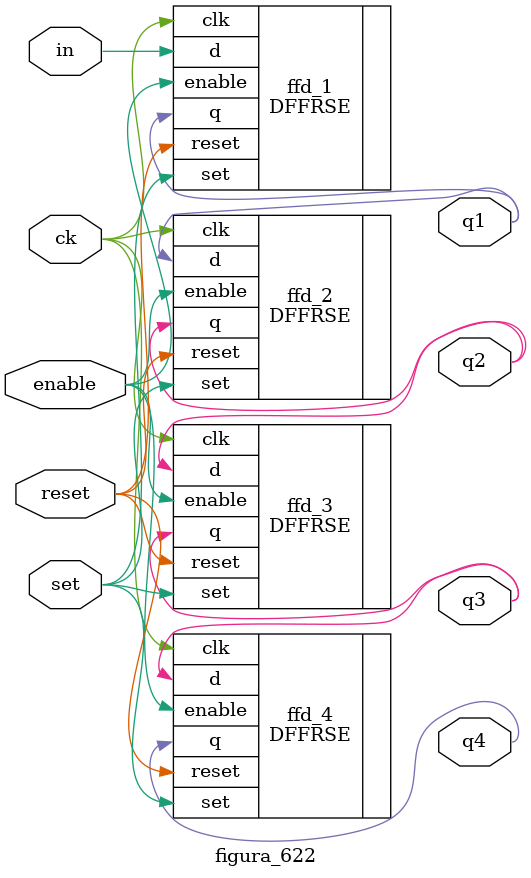
<source format=v>
module figura_622(
input in,
input ck,
input reset,
input set,
input enable,
output q4,
output q3,
output q2,
output q1
);

DFFRSE ffd_1(	.q(q1),
		.d(in),
		.clk(ck),
		.reset(reset),
		.set(set),
		.enable(enable));

DFFRSE ffd_2(	.q(q2),
		.d(q1),
		.clk(ck),
		.reset(reset),
		.set(set),
		.enable(enable));

DFFRSE ffd_3(	.q(q3),
		.d(q2),
		.clk(ck),
		.reset(reset),
		.set(set),
		.enable(enable));

DFFRSE ffd_4(	.q(q4),
		.d(q3),
		.clk(ck),
		.reset(reset),
		.set(set),
		.enable(enable));

endmodule
</source>
